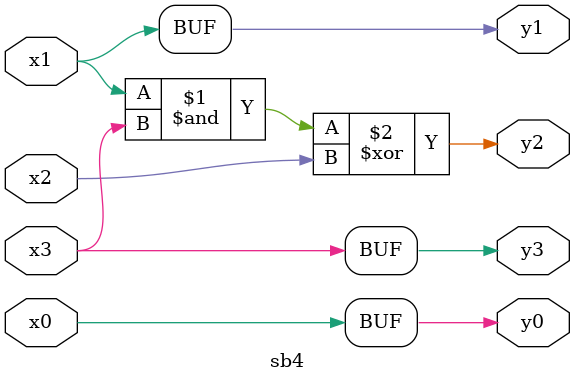
<source format=v>
`timescale 1ns / 1ps

module sb4(x0,x1,x2,x3,y0,y1,y2,y3);
	input x0,x1,x2,x3;
	output y0,y1,y2,y3;
	assign y3 = x3;
	assign y2 = ( x1 & x3 ) ^ x2;
	assign y1 = x1;
	assign y0 = x0;
endmodule

</source>
